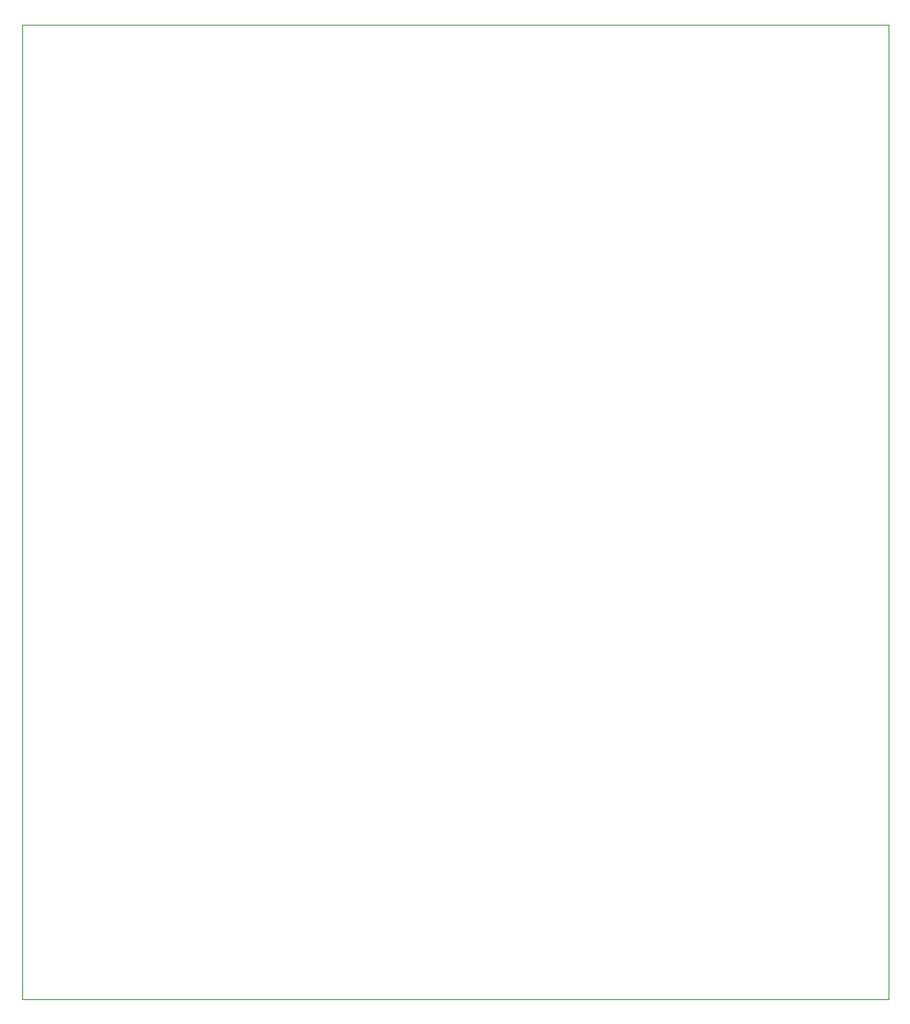
<source format=gm1>
G04 #@! TF.GenerationSoftware,KiCad,Pcbnew,(5.1.10-1-10_14)*
G04 #@! TF.CreationDate,2022-01-28T00:17:02+09:00*
G04 #@! TF.ProjectId,TireWarmer power board,54697265-5761-4726-9d65-7220706f7765,2.0*
G04 #@! TF.SameCoordinates,Original*
G04 #@! TF.FileFunction,Profile,NP*
%FSLAX46Y46*%
G04 Gerber Fmt 4.6, Leading zero omitted, Abs format (unit mm)*
G04 Created by KiCad (PCBNEW (5.1.10-1-10_14)) date 2022-01-28 00:17:02*
%MOMM*%
%LPD*%
G01*
G04 APERTURE LIST*
G04 #@! TA.AperFunction,Profile*
%ADD10C,0.050000*%
G04 #@! TD*
G04 APERTURE END LIST*
D10*
X50800000Y-163500000D02*
X139800000Y-163500000D01*
X139800000Y-63500000D02*
X139800000Y-163500000D01*
X50800000Y-63500000D02*
X139800000Y-63500000D01*
X50800000Y-63500000D02*
X50800000Y-163500000D01*
M02*

</source>
